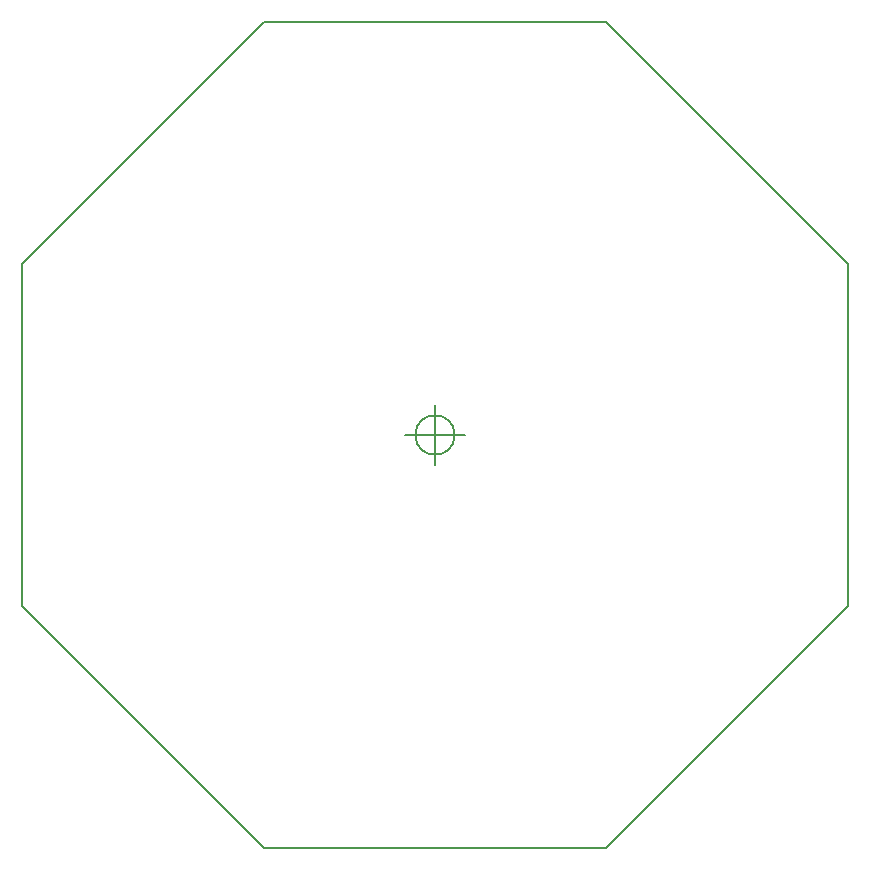
<source format=gbr>
G04 #@! TF.FileFunction,Profile,NP*
%FSLAX46Y46*%
G04 Gerber Fmt 4.6, Leading zero omitted, Abs format (unit mm)*
G04 Created by KiCad (PCBNEW 4.0.6-e0-6349~53~ubuntu14.04.1) date Tue Mar 21 08:09:45 2017*
%MOMM*%
%LPD*%
G01*
G04 APERTURE LIST*
%ADD10C,0.100000*%
%ADD11C,0.150000*%
G04 APERTURE END LIST*
D10*
D11*
X164500000Y-140000000D02*
X185000000Y-119500000D01*
X135500000Y-140000000D02*
X164500000Y-140000000D01*
X115000000Y-119500000D02*
X135500000Y-140000000D01*
X115000000Y-90500000D02*
X115000000Y-119500000D01*
X135500000Y-70000000D02*
X115000000Y-90500000D01*
X164500000Y-70000000D02*
X135500000Y-70000000D01*
X185000000Y-90500000D02*
X164500000Y-70000000D01*
X185000000Y-119500000D02*
X185000000Y-90500000D01*
X151666666Y-105000000D02*
G75*
G03X151666666Y-105000000I-1666666J0D01*
G01*
X147500000Y-105000000D02*
X152500000Y-105000000D01*
X150000000Y-102500000D02*
X150000000Y-107500000D01*
M02*

</source>
